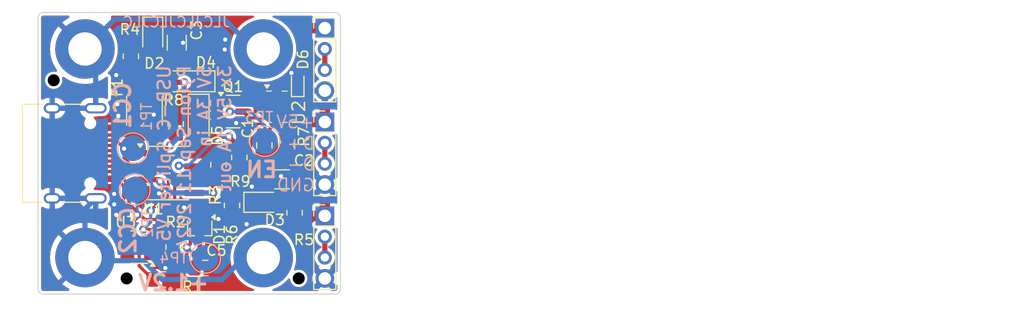
<source format=kicad_pcb>
(kicad_pcb (version 20240108) (generator "pcbnew") (generator_version "8.0")
  (layers (0 "F.Cu" signal) (31 "B.Cu" signal) (34 "B.Paste" user) (35 "F.Paste" user) (36 "B.SilkS" user "B.Silkscreen") (37 "F.SilkS" user "F.Silkscreen") (38 "B.Mask" user) (39 "F.Mask" user) (44 "Edge.Cuts" user))
  (net 0 "")
  (net 1 "GND")
  (net 2 "VBUS")
  (net 3 "+5V")
  (net 5 "CC1")
  (net 7 "CC2")
  (net 8 "+1V2")
  (net 9 "Net-(D2-A)")
  (net 10 "Net-(D3-A)")
  (net 11 "Net-(J3-Pin_2)")
  (net 12 "Net-(J4-Pin_2)")
  (net 13 "GNDPWR")
  (net 14 "Net-(J2-Pin_2)")
  (net 19 "Net-(U2-SENSE)")
  (net 20 "Net-(U2-Ilim)")
  (net 22 "V-UNFUSED")
  (net 24 "EN-OPEN-COL")
  (net 27 "Net-(D4-A)")
  (net 28 "Net-(D4-K)")
  (net 29 "Net-(D5-A)")
  (footprint "MountingHole:MountingHole_3.2mm_M3_ISO7380_Pad" (layer "F.Cu") (at 20.1 10)
    (property "Reference" "H4")
    (property "Value" "MountingHole_Pad")
    (pad "1" thru_hole circle (at 0 0) (size 5.7 5.7) (drill 3.2) (layers "*.Cu" "*.Mask") (net 13 "GNDPWR"))
  )
  (footprint "Fuse:Fuse_1812_4532Metric_Pad1.30x3.40mm_HandSolder" (layer "F.Cu") (at 8.7 -4.075 90)
    (property "Reference" "F1" (at 2.225 -2.6 -90) (layer "F.SilkS"))
    (property "Value" "1812L300MR")
    (fp_line (start -1.386252 -1.71) (end 1.386252 -1.71) (stroke (width 0.12)) (layer "F.SilkS"))
    (fp_line (start -1.386252 1.71) (end 1.386252 1.71) (stroke (width 0.12)) (layer "F.SilkS"))
    (pad "1" smd roundrect (at -2.225 0 90) (size 1.3 3.4) (layers "F.Cu" "F.Paste" "F.Mask") (roundrect_rratio 0.192308) (net 22 "V-UNFUSED"))
    (pad "2" smd roundrect (at 2.225 0 90) (size 1.3 3.4) (layers "F.Cu" "F.Paste" "F.Mask") (roundrect_rratio 0.192308) (net 2 "VBUS"))
  )
  (footprint "Package_TO_SOT_SMD:SOT-323_SC-70_Handsoldering" (layer "F.Cu") (at 14 7.17 -90)
    (property "Reference" "D1" (at 0.63 -1.9 90) (layer "F.SilkS"))
    (property "Value" "D_Zener")
    (fp_line (start -0.675 1.16) (end 0.735 1.16) (stroke (width 0.12)) (layer "F.SilkS"))
    (fp_line (start 0.735 0.5) (end 0.735 1.16) (stroke (width 0.12)) (layer "F.SilkS"))
    (fp_line (start -0.675 -1.17) (end 0.735 -1.17) (stroke (width 0.12)) (layer "F.SilkS"))
    (fp_line (start 0.735 -1.17) (end 0.735 -0.5) (stroke (width 0.12)) (layer "F.SilkS"))
    (fp_poly (pts (xy -1.045 -1.15) (xy -1.285 -1.48) (xy -0.805 -1.48) (xy -1.045 -1.15)) (stroke (width 0.12)) (fill solid) (layer "F.SilkS"))
    (pad "1" smd roundrect (at -1.33 -0.65 180) (size 0.45 1.5) (layers "F.Cu" "F.Paste" "F.Mask") (net 8 "+1V2"))
    (pad "2" smd roundrect (at -1.33 0.65 180) (size 0.45 1.5) (layers "F.Cu" "F.Paste" "F.Mask") (net 1 "GND"))
    (pad "3" smd roundrect (at 1.33 0 180) (size 0.45 1.5) (layers "F.Cu" "F.Paste" "F.Mask"))
  )
  (footprint "Package_TO_SOT_SMD:SOT-23" (layer "F.Cu") (at 17.2 -4)
    (property "Reference" "Q1" (at 0 -2.4 0) (layer "F.SilkS"))
    (property "Value" "2N7002")
    (fp_line (start 0 -1.56) (end -0.65 -1.56) (stroke (width 0.12)) (layer "F.SilkS"))
    (fp_line (start 0 -1.56) (end 0.65 -1.56) (stroke (width 0.12)) (layer "F.SilkS"))
    (fp_line (start 0 1.56) (end -0.65 1.56) (stroke (width 0.12)) (layer "F.SilkS"))
    (fp_line (start 0 1.56) (end 0.65 1.56) (stroke (width 0.12)) (layer "F.SilkS"))
    (fp_poly (pts (xy -1.1625 -1.51) (xy -1.4025 -1.84) (xy -0.9225 -1.84) (xy -1.1625 -1.51)) (stroke (width 0.12)) (fill solid) (layer "F.SilkS"))
    (pad "1" smd roundrect (at -0.9375 -0.95) (size 1.475 0.6) (layers "F.Cu" "F.Paste" "F.Mask") (net 28 "Net-(D4-K)"))
    (pad "2" smd roundrect (at -0.9375 0.95) (size 1.475 0.6) (layers "F.Cu" "F.Paste" "F.Mask") (net 1 "GND"))
    (pad "3" smd roundrect (at 0.9375 0) (size 1.475 0.6) (layers "F.Cu" "F.Paste" "F.Mask") (net 24 "EN-OPEN-COL"))
  )
  (footprint "Resistor_SMD:R_0805_2012Metric_Pad1.20x1.40mm_HandSolder" (layer "F.Cu") (at 10.5 12.1)
    (property "Reference" "R1" (at 2.8 0.7 0) (layer "F.SilkS"))
    (property "Value" "5.1k")
    (fp_line (start -0.227064 -0.735) (end 0.227064 -0.735) (stroke (width 0.12)) (layer "F.SilkS"))
    (fp_line (start -0.227064 0.735) (end 0.227064 0.735) (stroke (width 0.12)) (layer "F.SilkS"))
    (pad "1" smd roundrect (at -1 0) (size 1.2 1.4) (layers "F.Cu" "F.Paste" "F.Mask") (roundrect_rratio 0.208333) (net 5 "CC1"))
    (pad "2" smd roundrect (at 1 0) (size 1.2 1.4) (layers "F.Cu" "F.Paste" "F.Mask") (roundrect_rratio 0.208333) (net 1 "GND"))
  )
  (footprint "Connector_PinHeader_2.00mm:PinHeader_1x04_P2.00mm_Vertical" (layer "F.Cu") (at 26 -3)
    (property "Reference" "J3")
    (property "Value" "Conn_01x04")
    (fp_line (start -1.06 -1.06) (end 0 -1.06) (stroke (width 0.12)) (layer "F.SilkS"))
    (fp_line (start -1.06 0) (end -1.06 -1.06) (stroke (width 0.12)) (layer "F.SilkS"))
    (fp_line (start -1.06 1) (end -1.06 7.06) (stroke (width 0.12)) (layer "F.SilkS"))
    (fp_line (start -1.06 1) (end 1.06 1) (stroke (width 0.12)) (layer "F.SilkS"))
    (fp_line (start -1.06 7.06) (end 1.06 7.06) (stroke (width 0.12)) (layer "F.SilkS"))
    (fp_line (start 1.06 1) (end 1.06 7.06) (stroke (width 0.12)) (layer "F.SilkS"))
    (pad "1" thru_hole rect (at 0 0) (size 1.8 1.8) (drill 1.2) (layers "*.Cu" "*.Mask") (net 3 "+5V"))
    (pad "2" thru_hole oval (at 0 2) (size 1.35 1.35) (drill 0.8) (layers "*.Cu" "*.Mask") (net 11 "Net-(J3-Pin_2)"))
    (pad "3" thru_hole oval (at 0 4) (size 1.35 1.35) (drill 0.8) (layers "*.Cu" "*.Mask") (net 11 "Net-(J3-Pin_2)"))
    (pad "4" thru_hole circle (at 0 6) (size 1.8 1.8) (drill 1.2) (layers "*.Cu" "*.Mask") (net 1 "GND"))
  )
  (footprint "MountingHole:MountingHole_3.2mm_M3_ISO7380_Pad" (layer "F.Cu") (at 3 10)
    (property "Reference" "H2")
    (property "Value" "MountingHole_Pad")
    (pad "1" thru_hole circle (at 0 0) (size 5.7 5.7) (drill 3.2) (layers "*.Cu" "*.Mask") (net 13 "GNDPWR"))
  )
  (footprint "Package_SO:SOIC-8_3.9x4.9mm_P1.27mm" (layer "F.Cu") (at 11 1.9)
    (property "Reference" "U1" (at -1.45 3.45 0) (layer "F.SilkS"))
    (property "Value" "LM393")
    (fp_line (start 0 -2.56) (end -1.95 -2.56) (stroke (width 0.12)) (layer "F.SilkS"))
    (fp_line (start 0 -2.56) (end 1.95 -2.56) (stroke (width 0.12)) (layer "F.SilkS"))
    (fp_line (start 0 2.56) (end -1.95 2.56) (stroke (width 0.12)) (layer "F.SilkS"))
    (fp_line (start 0 2.56) (end 1.95 2.56) (stroke (width 0.12)) (layer "F.SilkS"))
    (fp_poly (pts (xy -2.7 -2.465) (xy -2.94 -2.795) (xy -2.46 -2.795) (xy -2.7 -2.465)) (stroke (width 0.12)) (fill solid) (layer "F.SilkS"))
    (pad "1" smd roundrect (at -2.475 -1.905) (size 1.95 0.6) (layers "F.Cu" "F.Paste" "F.Mask") (net 27 "Net-(D4-A)"))
    (pad "2" smd roundrect (at -2.475 -0.635) (size 1.95 0.6) (layers "F.Cu" "F.Paste" "F.Mask") (net 5 "CC1"))
    (pad "3" smd roundrect (at -2.475 0.635) (size 1.95 0.6) (layers "F.Cu" "F.Paste" "F.Mask") (net 8 "+1V2"))
    (pad "4" smd roundrect (at -2.475 1.905) (size 1.95 0.6) (layers "F.Cu" "F.Paste" "F.Mask") (net 1 "GND"))
    (pad "5" smd roundrect (at 2.475 1.905) (size 1.95 0.6) (layers "F.Cu" "F.Paste" "F.Mask") (net 8 "+1V2"))
    (pad "6" smd roundrect (at 2.475 0.635) (size 1.95 0.6) (layers "F.Cu" "F.Paste" "F.Mask") (net 7 "CC2"))
    (pad "7" smd roundrect (at 2.475 -0.635) (size 1.95 0.6) (layers "F.Cu" "F.Paste" "F.Mask") (net 29 "Net-(D5-A)"))
    (pad "8" smd roundrect (at 2.475 -1.905) (size 1.95 0.6) (layers "F.Cu" "F.Paste" "F.Mask") (net 2 "VBUS"))
  )
  (footprint "Resistor_SMD:R_0805_2012Metric_Pad1.20x1.40mm_HandSolder" (layer "F.Cu") (at 15.8 1.1 -90)
    (property "Reference" "R3" (at 2.9 0.3 90) (layer "F.SilkS"))
    (property "Value" "4.7k")
    (fp_line (start -0.227064 0.735) (end 0.227064 0.735) (stroke (width 0.12)) (layer "F.SilkS"))
    (fp_line (start -0.227064 -0.735) (end 0.227064 -0.735) (stroke (width 0.12)) (layer "F.SilkS"))
    (pad "1" smd roundrect (at -1 0 270) (size 1.2 1.4) (layers "F.Cu" "F.Paste" "F.Mask") (roundrect_rratio 0.208333) (net 2 "VBUS"))
    (pad "2" smd roundrect (at 1 0 270) (size 1.2 1.4) (layers "F.Cu" "F.Paste" "F.Mask") (roundrect_rratio 0.208333) (net 8 "+1V2"))
  )
  (footprint "Resistor_SMD:R_0805_2012Metric_Pad1.20x1.40mm_HandSolder" (layer "F.Cu") (at 22.3 -0.8 -90)
    (property "Reference" "R7" (at -0.8 -1.7 90) (layer "F.SilkS"))
    (property "Value" "20k")
    (fp_line (start -0.227064 0.735) (end 0.227064 0.735) (stroke (width 0.12)) (layer "F.SilkS"))
    (fp_line (start -0.227064 -0.735) (end 0.227064 -0.735) (stroke (width 0.12)) (layer "F.SilkS"))
    (pad "1" smd roundrect (at -1 0 270) (size 1.2 1.4) (layers "F.Cu" "F.Paste" "F.Mask") (roundrect_rratio 0.208333) (net 20 "Net-(U2-Ilim)"))
    (pad "2" smd roundrect (at 1 0 270) (size 1.2 1.4) (layers "F.Cu" "F.Paste" "F.Mask") (roundrect_rratio 0.208333) (net 1 "GND"))
  )
  (footprint "Capacitor_SMD:C_1206_3216Metric_Pad1.33x1.80mm_HandSolder" (layer "F.Cu") (at 11.8 -10.6 90)
    (property "Reference" "C3" (at 1.2 1.9 90) (layer "F.SilkS"))
    (property "Value" "22uF")
    (fp_line (start -0.711252 -0.91) (end 0.711252 -0.91) (stroke (width 0.12)) (layer "F.SilkS"))
    (fp_line (start -0.711252 0.91) (end 0.711252 0.91) (stroke (width 0.12)) (layer "F.SilkS"))
    (pad "1" smd roundrect (at -1.5625 0 90) (size 1.325 1.8) (layers "F.Cu" "F.Paste" "F.Mask") (roundrect_rratio 0.188679) (net 2 "VBUS"))
    (pad "2" smd roundrect (at 1.5625 0 90) (size 1.325 1.8) (layers "F.Cu" "F.Paste" "F.Mask") (roundrect_rratio 0.188679) (net 1 "GND"))
  )
  (footprint "LED_SMD:LED_0805_2012Metric_Pad1.15x1.40mm_HandSolder" (layer "F.Cu") (at 9.5 -11.2 -90)
    (property "Reference" "D2" (at 2.575 -0.15 0) (layer "F.SilkS"))
    (property "Value" "LED")
    (fp_line (start -1.86 0.96) (end 1 0.96) (stroke (width 0.12)) (layer "F.SilkS"))
    (fp_line (start -1.86 -0.96) (end -1.86 0.96) (stroke (width 0.12)) (layer "F.SilkS"))
    (fp_line (start 1 -0.96) (end -1.86 -0.96) (stroke (width 0.12)) (layer "F.SilkS"))
    (pad "1" smd roundrect (at -1.025 0 270) (size 1.15 1.4) (layers "F.Cu" "F.Paste" "F.Mask") (roundrect_rratio 0.217391) (net 1 "GND"))
    (pad "2" smd roundrect (at 1.025 0 270) (size 1.15 1.4) (layers "F.Cu" "F.Paste" "F.Mask") (roundrect_rratio 0.217391) (net 9 "Net-(D2-A)"))
  )
  (footprint "Capacitor_SMD:C_0805_2012Metric_Pad1.18x1.45mm_HandSolder" (layer "F.Cu") (at 14.5375 11)
    (property "Reference" "C5" (at 1.0625 -1.68 0) (layer "F.SilkS"))
    (property "Value" "100nF")
    (fp_line (start -0.261252 -0.735) (end 0.261252 -0.735) (stroke (width 0.12)) (layer "F.SilkS"))
    (fp_line (start -0.261252 0.735) (end 0.261252 0.735) (stroke (width 0.12)) (layer "F.SilkS"))
    (pad "1" smd roundrect (at -1.0375 0) (size 1.175 1.45) (layers "F.Cu" "F.Paste" "F.Mask") (roundrect_rratio 0.212766) (net 8 "+1V2"))
    (pad "2" smd roundrect (at 1.0375 0) (size 1.175 1.45) (layers "F.Cu" "F.Paste" "F.Mask") (roundrect_rratio 0.212766) (net 1 "GND"))
  )
  (footprint "LED_SMD:LED_0805_2012Metric_Pad1.15x1.40mm_HandSolder" (layer "F.Cu") (at 20.1 4.7)
    (property "Reference" "D3" (at 1.1 1.7 0) (layer "F.SilkS"))
    (property "Value" "LED")
    (fp_line (start -1.86 -0.96) (end -1.86 0.96) (stroke (width 0.12)) (layer "F.SilkS"))
    (fp_line (start -1.86 0.96) (end 1 0.96) (stroke (width 0.12)) (layer "F.SilkS"))
    (fp_line (start 1 -0.96) (end -1.86 -0.96) (stroke (width 0.12)) (layer "F.SilkS"))
    (pad "1" smd roundrect (at -1.025 0) (size 1.15 1.4) (layers "F.Cu" "F.Paste" "F.Mask") (roundrect_rratio 0.217391) (net 1 "GND"))
    (pad "2" smd roundrect (at 1.025 0) (size 1.15 1.4) (layers "F.Cu" "F.Paste" "F.Mask") (roundrect_rratio 0.217391) (net 10 "Net-(D3-A)"))
  )
  (footprint "Connector_PinHeader_2.00mm:PinHeader_1x04_P2.00mm_Vertical" (layer "F.Cu") (at 26 -12)
    (property "Reference" "J2")
    (property "Value" "Conn_01x04")
    (fp_line (start -1.06 -1.06) (end 0 -1.06) (stroke (width 0.12)) (layer "F.SilkS"))
    (fp_line (start -1.06 0) (end -1.06 -1.06) (stroke (width 0.12)) (layer "F.SilkS"))
    (fp_line (start -1.06 1) (end -1.06 7.06) (stroke (width 0.12)) (layer "F.SilkS"))
    (fp_line (start -1.06 1) (end 1.06 1) (stroke (width 0.12)) (layer "F.SilkS"))
    (fp_line (start -1.06 7.06) (end 1.06 7.06) (stroke (width 0.12)) (layer "F.SilkS"))
    (fp_line (start 1.06 1) (end 1.06 7.06) (stroke (width 0.12)) (layer "F.SilkS"))
    (pad "1" thru_hole rect (at 0 0) (size 1.8 1.8) (drill 1.2) (layers "*.Cu" "*.Mask") (net 3 "+5V"))
    (pad "2" thru_hole oval (at 0 2) (size 1.35 1.35) (drill 0.8) (layers "*.Cu" "*.Mask") (net 14 "Net-(J2-Pin_2)"))
    (pad "3" thru_hole oval (at 0 4) (size 1.35 1.35) (drill 0.8) (layers "*.Cu" "*.Mask") (net 14 "Net-(J2-Pin_2)"))
    (pad "4" thru_hole oval (at 0 6) (size 1.8 1.8) (drill 1.2) (layers "*.Cu" "*.Mask") (net 1 "GND"))
  )
  (footprint "USB-C-3-way-splitter-footprints:OnSemi-WQFN12-3x2mm_P0.5mm" (layer "F.Cu") (at 21.4 -4.4625)
    (property "Reference" "U2" (at 2.1 0.5625 90) (layer "F.SilkS") (effects (font (size 1.2 1.2))))
    (property "Value" "~")
    (fp_line (start -1 -1.5) (end -0.5 -1.5) (stroke (width 0.1)) (layer "F.SilkS"))
    (fp_line (start -1 1.5) (end -0.5 1.5) (stroke (width 0.1)) (layer "F.SilkS"))
    (fp_line (start 1 -1.5) (end 0.5 -1.5) (stroke (width 0.1)) (layer "F.SilkS"))
    (fp_line (start 1 1.5) (end 0.5 1.5) (stroke (width 0.1)) (layer "F.SilkS"))
    (fp_poly (pts (xy -0.94 -1.77) (xy -1.18 -2.1) (xy -0.7 -2.1) (xy -0.94 -1.77)) (stroke (width 0.12)) (fill solid) (layer "F.SilkS"))
    (pad "1" smd roundrect (at -0.81 -1.075) (size 0.68 0.5) (layers "F.Cu" "F.Paste" "F.Mask") (net 2 "VBUS"))
    (pad "2" smd roundrect (at -0.81 -0.5) (size 0.68 0.35) (layers "F.Cu" "F.Paste" "F.Mask") (net 2 "VBUS"))
    (pad "3" smd roundrect (at -0.81 0) (size 0.68 0.35) (layers "F.Cu" "F.Paste" "F.Mask") (net 2 "VBUS"))
    (pad "4" smd roundrect (at -0.81 0.5) (size 0.68 0.35) (layers "F.Cu" "F.Paste" "F.Mask"))
    (pad "5" smd roundrect (at -0.81 1.075) (size 0.68 0.5) (layers "F.Cu" "F.Paste" "F.Mask") (net 24 "EN-OPEN-COL"))
    (pad "6" smd roundrect (at 0 1.1375) (size 0.35 1.025) (layers "F.Cu" "F.Paste" "F.Mask") (net 19 "Net-(U2-SENSE)"))
    (pad "7" smd roundrect (at 0.81 1.075) (size 0.68 0.5) (layers "F.Cu" "F.Paste" "F.Mask"))
    (pad "8" smd roundrect (at 0.81 0.5) (size 0.68 0.35) (layers "F.Cu" "F.Paste" "F.Mask") (net 20 "Net-(U2-Ilim)"))
    (pad "9" smd roundrect (at 0.81 0) (size 0.68 0.35) (layers "F.Cu" "F.Paste" "F.Mask") (net 3 "+5V"))
    (pad "10" smd roundrect (at 0.81 -0.5) (size 0.68 0.35) (layers "F.Cu" "F.Paste" "F.Mask") (net 3 "+5V"))
    (pad "11" smd roundrect (at 0.81 -1.075) (size 0.68 0.5) (layers "F.Cu" "F.Paste" "F.Mask") (net 3 "+5V"))
    (pad "12" smd roundrect (at 0 -1.1375) (size 0.35 1.025) (layers "F.Cu" "F.Paste" "F.Mask") (net 1 "GND"))
    (pad "13" smd roundrect (at 0 0) (size 0.35 0.95) (layers "F.Cu" "F.Paste" "F.Mask") (net 1 "GND"))
  )
  (footprint "Resistor_SMD:R_0805_2012Metric_Pad1.20x1.40mm_HandSolder" (layer "F.Cu") (at 17.1 5 -90)
    (property "Reference" "R6" (at 2.8 0 -90) (layer "F.SilkS"))
    (property "Value" "1K")
    (fp_line (start -0.227064 0.735) (end 0.227064 0.735) (stroke (width 0.12)) (layer "F.SilkS"))
    (fp_line (start -0.227064 -0.735) (end 0.227064 -0.735) (stroke (width 0.12)) (layer "F.SilkS"))
    (pad "1" smd roundrect (at -1 0 270) (size 1.2 1.4) (layers "F.Cu" "F.Paste" "F.Mask") (roundrect_rratio 0.208333) (net 19 "Net-(U2-SENSE)"))
    (pad "2" smd roundrect (at 1 0 270) (size 1.2 1.4) (layers "F.Cu" "F.Paste" "F.Mask") (roundrect_rratio 0.208333) (net 1 "GND"))
  )
  (footprint "Resistor_SMD:R_0805_2012Metric_Pad1.20x1.40mm_HandSolder" (layer "F.Cu") (at 23.1 5.7 90)
    (property "Reference" "R5" (at -2.6 0.9 0) (layer "F.SilkS"))
    (property "Value" "470")
    (fp_line (start -0.227064 -0.735) (end 0.227064 -0.735) (stroke (width 0.12)) (layer "F.SilkS"))
    (fp_line (start -0.227064 0.735) (end 0.227064 0.735) (stroke (width 0.12)) (layer "F.SilkS"))
    (pad "1" smd roundrect (at -1 0 90) (size 1.2 1.4) (layers "F.Cu" "F.Paste" "F.Mask") (roundrect_rratio 0.208333) (net 3 "+5V"))
    (pad "2" smd roundrect (at 1 0 90) (size 1.2 1.4) (layers "F.Cu" "F.Paste" "F.Mask") (roundrect_rratio 0.208333) (net 10 "Net-(D3-A)"))
  )
  (footprint "Capacitor_SMD:C_0805_2012Metric_Pad1.18x1.45mm_HandSolder" (layer "F.Cu") (at 20.2 -0.7625 -90)
    (property "Reference" "C1" (at -1.6375 1.6 -90) (layer "F.SilkS"))
    (property "Value" "1uF")
    (fp_line (start -0.261252 0.735) (end 0.261252 0.735) (stroke (width 0.12)) (layer "F.SilkS"))
    (fp_line (start -0.261252 -0.735) (end 0.261252 -0.735) (stroke (width 0.12)) (layer "F.SilkS"))
    (pad "1" smd roundrect (at -1.0375 0 270) (size 1.175 1.45) (layers "F.Cu" "F.Paste" "F.Mask") (roundrect_rratio 0.212766) (net 19 "Net-(U2-SENSE)"))
    (pad "2" smd roundrect (at 1.0375 0 270) (size 1.175 1.45) (layers "F.Cu" "F.Paste" "F.Mask") (roundrect_rratio 0.212766) (net 1 "GND"))
  )
  (footprint "Capacitor_SMD:C_1206_3216Metric_Pad1.33x1.80mm_HandSolder" (layer "F.Cu") (at 21.9 2.5 180)
    (property "Reference" "C2" (at -2.1 1.8 180) (layer "F.SilkS"))
    (property "Value" "22uF")
    (fp_line (start -0.711252 0.91) (end 0.711252 0.91) (stroke (width 0.12)) (layer "F.SilkS"))
    (fp_line (start -0.711252 -0.91) (end 0.711252 -0.91) (stroke (width 0.12)) (layer "F.SilkS"))
    (pad "1" smd roundrect (at -1.5625 0 180) (size 1.325 1.8) (layers "F.Cu" "F.Paste" "F.Mask") (roundrect_rratio 0.188679) (net 3 "+5V"))
    (pad "2" smd roundrect (at 1.5625 0 180) (size 1.325 1.8) (layers "F.Cu" "F.Paste" "F.Mask") (roundrect_rratio 0.188679) (net 1 "GND"))
  )
  (footprint "USB-C-3-way-splitter-footprints:JLCPCB-tooling-hole" (layer "F.Cu") (at 23.5 12)
    (property "Reference" "H7")
    (property "Value" "MountingHole")
    (pad "" np_thru_hole circle (at 0 0) (size 2.286 2.286) (drill 1.152) (layers "*.Mask") (clearance 0.148))
  )
  (footprint "USB-C-3-way-splitter-footprints:JLCPCB-tooling-hole" (layer "F.Cu") (at 7 12)
    (property "Reference" "H6")
    (property "Value" "MountingHole")
    (pad "" np_thru_hole circle (at 0 0) (size 2.286 2.286) (drill 1.152) (layers "*.Mask") (clearance 0.148))
  )
  (footprint "Diode_SMD:D_SOD-123" (layer "F.Cu") (at 13.9 -3.3 -90)
    (property "Reference" "D5" (at 1.6 -1.8 90) (layer "F.SilkS"))
    (property "Value" "1N4148W")
    (fp_line (start -2.36 1) (end 1.65 1) (stroke (width 0.12)) (layer "F.SilkS"))
    (fp_line (start -2.36 -1) (end -2.36 1) (stroke (width 0.12)) (layer "F.SilkS"))
    (fp_line (start -2.36 -1) (end 1.65 -1) (stroke (width 0.12)) (layer "F.SilkS"))
    (pad "1" smd roundrect (at -1.65 0 270) (size 0.9 1.2) (layers "F.Cu" "F.Paste" "F.Mask") (net 28 "Net-(D4-K)"))
    (pad "2" smd roundrect (at 1.65 0 270) (size 0.9 1.2) (layers "F.Cu" "F.Paste" "F.Mask") (net 29 "Net-(D5-A)"))
  )
  (footprint "Diode_SMD:D_SOD-123" (layer "F.Cu") (at 13.1 -6.9 180)
    (property "Reference" "D4" (at -1.5 1.8 0) (layer "F.SilkS"))
    (property "Value" "1N4148W")
    (fp_line (start -2.36 1) (end 1.65 1) (stroke (width 0.12)) (layer "F.SilkS"))
    (fp_line (start -2.36 -1) (end 1.65 -1) (stroke (width 0.12)) (layer "F.SilkS"))
    (fp_line (start -2.36 -1) (end -2.36 1) (stroke (width 0.12)) (layer "F.SilkS"))
    (pad "1" smd roundrect (at -1.65 0 180) (size 0.9 1.2) (layers "F.Cu" "F.Paste" "F.Mask") (net 28 "Net-(D4-K)"))
    (pad "2" smd roundrect (at 1.65 0 180) (size 0.9 1.2) (layers "F.Cu" "F.Paste" "F.Mask") (net 27 "Net-(D4-A)"))
  )
  (footprint "Resistor_SMD:R_0805_2012Metric_Pad1.20x1.40mm_HandSolder" (layer "F.Cu") (at 7.4 -9.3 90)
    (property "Reference" "R4" (at 2.575 -0.1 0) (layer "F.SilkS"))
    (property "Value" "470")
    (fp_line (start -0.227064 -0.735) (end 0.227064 -0.735) (stroke (width 0.12)) (layer "F.SilkS"))
    (fp_line (start -0.227064 0.735) (end 0.227064 0.735) (stroke (width 0.12)) (layer "F.SilkS"))
    (pad "1" smd roundrect (at -1 0 90) (size 1.2 1.4) (layers "F.Cu" "F.Paste" "F.Mask") (roundrect_rratio 0.208333) (net 2 "VBUS"))
    (pad "2" smd roundrect (at 1 0 90) (size 1.2 1.4) (layers "F.Cu" "F.Paste" "F.Mask") (roundrect_rratio 0.208333) (net 9 "Net-(D2-A)"))
  )
  (footprint "MountingHole:MountingHole_3.2mm_M3_ISO7380_Pad" (layer "F.Cu") (at 3 -10)
    (property "Reference" "H1")
    (property "Value" "MountingHole_Pad")
    (pad "1" thru_hole circle (at 0 0) (size 5.7 5.7) (drill 3.2) (layers "*.Cu" "*.Mask") (net 13 "GNDPWR"))
  )
  (footprint "Resistor_SMD:R_0805_2012Metric_Pad1.20x1.40mm_HandSolder" (layer "F.Cu") (at 17.8 0.4 90)
    (property "Reference" "R9" (at -2.3 0.1 0) (layer "F.SilkS"))
    (property "Value" "1k")
    (fp_line (start -0.227064 -0.735) (end 0.227064 -0.735) (stroke (width 0.12)) (layer "F.SilkS"))
    (fp_line (start -0.227064 0.735) (end 0.227064 0.735) (stroke (width 0.12)) (layer "F.SilkS"))
    (pad "1" smd roundrect (at -1 0 90) (size 1.2 1.4) (layers "F.Cu" "F.Paste" "F.Mask") (roundrect_rratio 0.208333) (net 2 "VBUS"))
    (pad "2" smd roundrect (at 1 0 90) (size 1.2 1.4) (layers "F.Cu" "F.Paste" "F.Mask") (roundrect_rratio 0.208333) (net 29 "Net-(D5-A)"))
  )
  (footprint "Resistor_SMD:R_0805_2012Metric_Pad1.20x1.40mm_HandSolder" (layer "F.Cu") (at 11.5 9 -90)
    (property "Reference" "R2" (at -2.4 -0.2 180) (layer "F.SilkS"))
    (property "Value" "5.1k")
    (fp_line (start -0.227064 0.735) (end 0.227064 0.735) (stroke (width 0.12)) (layer "F.SilkS"))
    (fp_line (start -0.227064 -0.735) (end 0.227064 -0.735) (stroke (width 0.12)) (layer "F.SilkS"))
    (pad "1" smd roundrect (at -1 0 270) (size 1.2 1.4) (layers "F.Cu" "F.Paste" "F.Mask") (roundrect_rratio 0.208333) (net 7 "CC2"))
    (pad "2" smd roundrect (at 1 0 270) (size 1.2 1.4) (layers "F.Cu" "F.Paste" "F.Mask") (roundrect_rratio 0.208333) (net 1 "GND"))
  )
  (footprint "Diode_SMD:D_SOD-523" (layer "F.Cu") (at 23.4 -6.7 90)
    (property "Reference" "D6" (at 2.3 0.5 90) (layer "F.SilkS"))
    (property "Value" "D_Zener")
    (fp_line (start 0.7 -0.6) (end -1.26 -0.6) (stroke (width 0.12)) (layer "F.SilkS"))
    (fp_line (start -1.26 -0.6) (end -1.26 0.6) (stroke (width 0.12)) (layer "F.SilkS"))
    (fp_line (start 0.7 0.6) (end -1.26 0.6) (stroke (width 0.12)) (layer "F.SilkS"))
    (pad "1" smd roundrect (at -0.7 0 270) (size 0.6 0.7) (layers "F.Cu" "F.Paste" "F.Mask") (net 3 "+5V"))
    (pad "2" smd roundrect (at 0.7 0 270) (size 0.6 0.7) (layers "F.Cu" "F.Paste" "F.Mask") (net 1 "GND"))
  )
  (footprint "Package_TO_SOT_SMD:SOT-23-6" (layer "F.Cu") (at 8.2 9 180)
    (property "Reference" "U3" (at 1.3 2.4 180) (layer "F.SilkS"))
    (property "Value" "SRV05-4")
    (fp_line (start 0 1.56) (end 0.8 1.56) (stroke (width 0.12)) (layer "F.SilkS"))
    (fp_line (start 0 1.56) (end -0.8 1.56) (stroke (width 0.12)) (layer "F.SilkS"))
    (fp_line (start 0 -1.56) (end 0.8 -1.56) (stroke (width 0.12)) (layer "F.SilkS"))
    (fp_line (start 0 -1.56) (end -0.8 -1.56) (stroke (width 0.12)) (layer "F.SilkS"))
    (fp_poly (pts (xy -1.3 -1.51) (xy -1.54 -1.84) (xy -1.06 -1.84) (xy -1.3 -1.51)) (stroke (width 0.12)) (fill solid) (layer "F.SilkS"))
    (pad "1" smd roundrect (at -1.1375 -0.95 180) (size 1.325 0.6) (layers "F.Cu" "F.Paste" "F.Mask"))
    (pad "2" smd roundrect (at -1.1375 0 180) (size 1.325 0.6) (layers "F.Cu" "F.Paste" "F.Mask") (net 1 "GND"))
    (pad "3" smd roundrect (at -1.1375 0.95 180) (size 1.325 0.6) (layers "F.Cu" "F.Paste" "F.Mask") (net 5 "CC1"))
    (pad "4" smd roundrect (at 1.1375 0.95 180) (size 1.325 0.6) (layers "F.Cu" "F.Paste" "F.Mask") (net 7 "CC2"))
    (pad "5" smd roundrect (at 1.1375 0 180) (size 1.325 0.6) (layers "F.Cu" "F.Paste" "F.Mask") (net 22 "V-UNFUSED"))
    (pad "6" smd roundrect (at 1.1375 -0.95 180) (size 1.325 0.6) (layers "F.Cu" "F.Paste" "F.Mask"))
  )
  (footprint "Connector_USB:USB_C_Receptacle_HRO_TYPE-C-31-M-12" (layer "F.Cu") (at 0.9 0 -90)
    (property "Reference" "J1")
    (property "Value" "USB_C_Receptacle_USB2.0" (hide yes))
    (fp_line (start -4.7 3.9) (end 4.7 3.9) (stroke (width 0.12)) (layer "F.SilkS"))
    (fp_line (start -4.7 2) (end -4.7 3.9) (stroke (width 0.12)) (layer "F.SilkS"))
    (fp_line (start 4.7 2) (end 4.7 3.9) (stroke (width 0.12)) (layer "F.SilkS"))
    (fp_line (start -4.7 -1.9) (end -4.7 0.1) (stroke (width 0.12)) (layer "F.SilkS"))
    (fp_line (start 4.7 -1.9) (end 4.7 0.1) (stroke (width 0.12)) (layer "F.SilkS"))
    (pad "" np_thru_hole circle (at -2.89 -2.6 270) (size 0.65 0.65) (drill 0.65) (layers "*.Cu" "*.Mask"))
    (pad "" np_thru_hole circle (at 2.89 -2.6 270) (size 0.65 0.65) (drill 0.65) (layers "*.Cu" "*.Mask"))
    (pad "A1" smd rect (at -3.25 -4.045 270) (size 0.6 1.45) (layers "F.Cu" "F.Paste" "F.Mask") (net 1 "GND"))
    (pad "A4" smd rect (at -2.45 -4.045 270) (size 0.6 1.45) (layers "F.Cu" "F.Paste" "F.Mask") (net 22 "V-UNFUSED"))
    (pad "A5" smd rect (at -1.25 -4.045 270) (size 0.3 1.45) (layers "F.Cu" "F.Paste" "F.Mask") (net 5 "CC1"))
    (pad "A6" smd rect (at -0.25 -4.045 270) (size 0.3 1.45) (layers "F.Cu" "F.Paste" "F.Mask"))
    (pad "A7" smd rect (at 0.25 -4.045 270) (size 0.3 1.45) (layers "F.Cu" "F.Paste" "F.Mask"))
    (pad "A8" smd rect (at 1.25 -4.045 270) (size 0.3 1.45) (layers "F.Cu" "F.Paste" "F.Mask"))
    (pad "A9" smd rect (at 2.45 -4.045 270) (size 0.6 1.45) (layers "F.Cu" "F.Paste" "F.Mask") (net 22 "V-UNFUSED"))
    (pad "A12" smd rect (at 3.25 -4.045 270) (size 0.6 1.45) (layers "F.Cu" "F.Paste" "F.Mask") (net 1 "GND"))
    (pad "B1" smd rect (at 3.25 -4.045 270) (size 0.6 1.45) (layers "F.Cu" "F.Paste" "F.Mask") (net 1 "GND"))
    (pad "B4" smd rect (at 2.45 -4.045 270) (size 0.6 1.45) (layers "F.Cu" "F.Paste" "F.Mask") (net 22 "V-UNFUSED"))
    (pad "B5" smd rect (at 1.75 -4.045 270) (size 0.3 1.45) (layers "F.Cu" "F.Paste" "F.Mask") (net 7 "CC2"))
    (pad "B6" smd rect (at 0.75 -4.045 270) (size 0.3 1.45) (layers "F.Cu" "F.Paste" "F.Mask"))
    (pad "B7" smd rect (at -0.75 -4.045 270) (size 0.3 1.45) (layers "F.Cu" "F.Paste" "F.Mask"))
    (pad "B8" smd rect (at -1.75 -4.045 270) (size 0.3 1.45) (layers "F.Cu" "F.Paste" "F.Mask"))
    (pad "B9" smd rect (at -2.45 -4.045 270) (size 0.6 1.45) (layers "F.Cu" "F.Paste" "F.Mask") (net 22 "V-UNFUSED"))
    (pad "B12" smd rect (at -3.25 -4.045 270) (size 0.6 1.45) (layers "F.Cu" "F.Paste" "F.Mask") (net 1 "GND"))
    (pad "S1" thru_hole oval (at -4.32 -3.13 270) (size 1 2.1) (drill oval 0.6 1.7) (layers "*.Cu" "*.Mask") (net 13 "GNDPWR"))
    (pad "S1" thru_hole oval (at -4.32 1.05 270) (size 1 1.6) (drill oval 0.6 1.2) (layers "*.Cu" "*.Mask") (net 13 "GNDPWR"))
    (pad "S1" thru_hole oval (at 4.32 -3.13 270) (size 1 2.1) (drill oval 0.6 1.7) (layers "*.Cu" "*.Mask") (net 13 "GNDPWR"))
    (pad "S1" thru_hole oval (at 4.32 1.05 270) (size 1 1.6) (drill oval 0.6 1.2) (layers "*.Cu" "*.Mask") (net 13 "GNDPWR"))
  )
  (footprint "MountingHole:MountingHole_3.2mm_M3_ISO7380_Pad" (layer "F.Cu") (at 20.1 -10)
    (property "Reference" "H3")
    (property "Value" "MountingHole_Pad")
    (pad "1" thru_hole circle (at 0 0) (size 5.7 5.7) (drill 3.2) (layers "*.Cu" "*.Mask") (net 13 "GNDPWR"))
  )
  (footprint "Connector_PinHeader_2.00mm:PinHeader_1x04_P2.00mm_Vertical" (layer "F.Cu") (at 26 6)
    (property "Reference" "J4")
    (property "Value" "Conn_01x04")
    (fp_line (start -1.06 -1.06) (end 0 -1.06) (stroke (width 0.12)) (layer "F.SilkS"))
    (fp_line (start -1.06 0) (end -1.06 -1.06) (stroke (width 0.12)) (layer "F.SilkS"))
    (fp_line (start -1.06 1) (end -1.06 7.06) (stroke (width 0.12)) (layer "F.SilkS"))
    (fp_line (start -1.06 1) (end 1.06 1) (stroke (width 0.12)) (layer "F.SilkS"))
    (fp_line (start -1.06 7.06) (end 1.06 7.06) (stroke (width 0.12)) (layer "F.SilkS"))
    (fp_line (start 1.06 1) (end 1.06 7.06) (stroke (width 0.12)) (layer "F.SilkS"))
    (pad "1" thru_hole rect (at 0 0) (size 1.8 1.8) (drill 1.2) (layers "*.Cu" "*.Mask") (net 3 "+5V"))
    (pad "2" thru_hole oval (at 0 2) (size 1.35 1.35) (drill 0.8) (layers "*.Cu" "*.Mask") (net 12 "Net-(J4-Pin_2)"))
    (pad "3" thru_hole oval (at 0 4) (size 1.35 1.35) (drill 0.8) (layers "*.Cu" "*.Mask") (net 12 "Net-(J4-Pin_2)"))
    (pad "4" thru_hole circle (at 0 6) (size 1.8 1.8) (drill 1.2) (layers "*.Cu" "*.Mask") (net 1 "GND"))
  )
  (footprint "USB-C-3-way-splitter-footprints:JLCPCB-tooling-hole" (layer "F.Cu") (at 0 -7)
    (property "Reference" "H5")
    (property "Value" "MountingHole")
    (pad "" np_thru_hole circle (at 0 0) (size 2.286 2.286) (drill 1.152) (layers "*.Mask") (clearance 0.148))
  )
  (footprint "Resistor_SMD:R_0805_2012Metric_Pad1.20x1.40mm_HandSolder" (layer "F.Cu") (at 11.7 -2.8 -90)
    (property "Reference" "R8" (at -2.3 0.2 180) (layer "F.SilkS"))
    (property "Value" "1k")
    (fp_line (start -0.227064 0.735) (end 0.227064 0.735) (stroke (width 0.12)) (layer "F.SilkS"))
    (fp_line (start -0.227064 -0.735) (end 0.227064 -0.735) (stroke (width 0.12)) (layer "F.SilkS"))
    (pad "1" smd roundrect (at -1 0 270) (size 1.2 1.4) (layers "F.Cu" "F.Paste" "F.Mask") (roundrect_rratio 0.208333) (net 2 "VBUS"))
    (pad "2" smd roundrect (at 1 0 270) (size 1.2 1.4) (layers "F.Cu" "F.Paste" "F.Mask") (roundrect_rratio 0.208333) (net 27 "Net-(D4-A)"))
  )
  (footprint "TestPoint:TestPoint_Pad_D2.5mm" (layer "B.Cu") (at 14.55 10.05 180)
    (property "Reference" "TP4" (at 3.05 0 180) (layer "B.SilkS") (effects (justify mirror)))
    (property "Value" "TestPoint")
    (fp_circle (center 0 0) (end 0 -1.45) (stroke (width 0.12)) (fill none) (layer "B.SilkS"))
    (pad "1" smd circle (at 0 0 180) (size 2.5 2.5) (layers "B.Cu" "B.Mask") (net 8 "+1V2"))
  )
  (footprint "TestPoint:TestPoint_Pad_D2.5mm" (layer "B.Cu") (at 7.8 3.5 180)
    (property "Reference" "TP2" (at -1.2 -3.25 -90) (layer "B.SilkS") (effects (justify mirror)))
    (property "Value" "TestPoint")
    (fp_circle (center 0 0) (end 0 -1.45) (stroke (width 0.12)) (fill none) (layer "B.SilkS"))
    (pad "1" smd circle (at 0 0 180) (size 2.5 2.5) (layers "B.Cu" "B.Mask") (net 7 "CC2"))
  )
  (footprint "TestPoint:TestPoint_Pad_D2.5mm" (layer "B.Cu") (at 20.25 -1.15 180)
    (property "Reference" "TP3" (at 0.55 2.3 180) (layer "B.SilkS") (effects (justify mirror)))
    (property "Value" "TestPoint")
    (fp_circle (center 0 0) (end 0 -1.45) (stroke (width 0.12)) (fill none) (layer "B.SilkS"))
    (pad "1" smd circle (at 0 0 180) (size 2.5 2.5) (layers "B.Cu" "B.Mask") (net 24 "EN-OPEN-COL"))
  )
  (footprint "TestPoint:TestPoint_Pad_D2.5mm" (layer "B.Cu") (at 7.6 -0.5 180)
    (property "Reference" "TP1" (at -1.3 3 -90) (layer "B.SilkS") (effects (justify mirror)))
    (property "Value" "TestPoint")
    (fp_circle (center 0 0) (end 0 -1.45) (stroke (width 0.12)) (fill none) (layer "B.SilkS"))
    (pad "1" smd circle (at 0 0 180) (size 2.5 2.5) (layers "B.Cu" "B.Mask") (net 5 "CC1"))
  )
  (gr_line (start 27 -13.5) (end -1 -13.5) (stroke (width 0.1)) (layer "Edge.Cuts"))
  (gr_line (start 27.5 -13) (end 27.5 13) (stroke (width 0.1)) (layer "Edge.Cuts"))
  (gr_arc (start 27 -13.5) (mid 27.353553 -13.353553) (end 27.5 -13) (stroke (width 0.1)) (layer "Edge.Cuts"))
  (gr_line (start 27 13.5) (end -1 13.5) (stroke (width 0.1)) (layer "Edge.Cuts"))
  (gr_arc (start -1 13.5) (mid -1.353553 13.353553) (end -1.5 13) (stroke (width 0.1)) (layer "Edge.Cuts"))
  (gr_line (start -1.5 -13) (end -1.5 13) (stroke (width 0.1)) (layer "Edge.Cuts"))
  (gr_arc (start -1.5 -13) (mid -1.353553 -13.353553) (end -1 -13.5) (stroke (width 0.1)) (layer "Edge.Cuts"))
  (gr_arc (start 27.5 13) (mid 27.353553 13.353553) (end 27 13.5) (stroke (width 0.1)) (layer "Edge.Cuts"))
  (gr_text "+5V" (at 25.1 -2.3 0) (layer "B.SilkS") (effects (font (size 1.2 1.2)) (justify left bottom mirror)))
  (gr_text "EN" (at 21.6 2.45 0) (layer "B.SilkS") (effects (font (size 1.5 1.5) (thickness 0.3) (bold yes)) (justify left bottom mirror)))
  (gr_text "CC1" (at 7.5 -7 90) (layer "B.SilkS") (effects (font (size 1.5 1.5) (thickness 0.3) (bold yes)) (justify left bottom mirror)))
  (gr_text "JLCJLCJLCJLC" (at 17 -12 0) (layer "B.SilkS") (effects (font (size 1 1)) (justify left bottom mirror)))
  (gr_text "USB-C Splitter V5\nPylon Sep 11 2024\n5V 3A in\n3x 5V 1A out" (at 17.1 -8.55 90) (layer "B.SilkS") (effects (font (size 1.2 1.2) (thickness 0.2) (bold yes)) (justify left bottom mirror)))
  (gr_text "CC2" (at 8 5 90) (layer "B.SilkS") (effects (font (size 1.5 1.5) (thickness 0.3) (bold yes)) (justify left bottom mirror)))
  (gr_text "+1.2V" (at 15.05 13.3 0) (layer "B.SilkS") (effects (font (size 1.5 1.5) (thickness 0.3) (bold yes)) (justify left bottom mirror)))
  (gr_text "D+" (at 25.15 -0.25 0) (layer "B.SilkS") (effects (font (size 1.2 1.2)) (justify left bottom mirror)))
  (gr_text "D-" (at 25.15 1.75 0) (layer "B.SilkS") (effects (font (size 1.2 1.2)) (justify left bottom mirror)))
  (gr_text "GND" (at 25.15 3.75 0) (layer "B.SilkS") (effects (font (size 1.2 1.2)) (justify left bottom mirror)))
  (segment (start 8.525 3.805) (end 10.055 3.805) (width 0.5) (layer "F.Cu") (net 1))
  (segment (start 10.055 3.805) (end 10.1 3.85) (width 0.5) (layer "F.Cu") (net 1))
  (via (at 10.1 3.85) (size 0.8) (drill 0.4) (layers "F.Cu" "B.Cu") (net 1))
  (via (at 17.5 -2.9) (size 0.8) (drill 0.4) (layers "F.Cu" "B.Cu") (net 1))
  (via (at 16.4 -9.95) (size 0.8) (drill 0.4) (layers "F.Cu" "B.Cu") (net 1))
  (via (at 21.8 2.2) (size 0.8) (drill 0.4) (layers "F.Cu" "B.Cu") (net 1))
  (via (at 16.45 -10.9) (size 0.8) (drill 0.4) (layers "F.Cu" "B.Cu") (net 1))
  (via (at 12.4 -10.6) (size 0.8) (drill 0.4) (layers "F.Cu" "B.Cu") (net 1))
  (via (at 6.2 -3.6) (size 0.8) (drill 0.4) (layers "F.Cu" "B.Cu") (net 1))
  (via (at 15.8 6.3) (size 0.8) (drill 0.4) (layers "F.Cu" "B.Cu") (net 1))
  (via (at 5.8 4.9) (size 0.8) (drill 0.4) (layers "F.Cu" "B.Cu") (net 1))
  (via (at 12.5 5.2) (size 0.8) (drill 0.4) (layers "F.Cu" "B.Cu") (net 1))
  (via (at 18.5 6.8) (size 0.8) (drill 0.4) (layers "F.Cu" "B.Cu") (net 1))
  (via (at 10.7 11) (size 0.8) (drill 0.4) (layers "F.Cu" "B.Cu") (net 1))
  (via (at 5.8 3.9) (size 0.8) (drill 0.4) (layers "F.Cu" "B.Cu") (net 1))
  (via (at 22.8 -7.7) (size 0.8) (drill 0.4) (layers "F.Cu" "B.Cu") (net 1))
  (via (at 9.6 -3.7) (size 0.8) (drill 0.4) (layers "F.Cu" "B.Cu") (net 1))
  (via (at 6.1 -4.7) (size 0.8) (drill 0.4) (layers "F.Cu" "B.Cu") (net 1))
  (via (at 6 -7.5) (size 0.8) (drill 0.4) (layers "F.Cu" "B.Cu") (net 1))
  (via (at 19 3.2) (size 0.8) (drill 0.4) (layers "F.Cu" "B.Cu") (net 1))
  (via (at 6 5.9) (size 0.8) (drill 0.4) (layers "F.Cu" "B.Cu") (net 1))
  (segment (start 17.1 1.4) (end 15.8 0.1) (width 0.5) (layer "F.Cu") (net 2))
  (segment (start 12.9 -0.58) (end 12.9 -2.6) (width 0.3) (layer "F.Cu") (net 2))
  (segment (start 12.9 -2.6) (end 11.7 -3.8) (width 0.3) (layer "F.Cu") (net 2))
  (segment (start 13.475 -0.005) (end 12.9 -0.58) (width 0.3) (layer "F.Cu") (net 2))
  (segment (start 13.58 0.1) (end 13.475 -0.005) (width 0.5) (layer "F.Cu") (net 2))
  (segment (start 17.8 1.4) (end 17.1 1.4) (width 0.5) (layer "F.Cu") (net 2))
  (segment (start 15.8 0.1) (end 13.58 0.1) (width 0.5) (layer "F.Cu") (net 2))
  (segment (start 25.15 6) (end 26 6) (width 0.5) (layer "F.Cu") (net 3))
  (segment (start 23.1 6.7) (end 24.45 6.7) (width 0.5) (layer "F.Cu") (net 3))
  (segment (start 24.45 6.7) (end 25.15 6) (width 0.5) (layer "F.Cu") (net 3))
  (segment (start 26.0375 6.0625) (end 26.1 6) (width 1) (layer "F.Cu") (net 3))
  (segment (start 6.75 -0.45) (end 6.77 -0.45) (width 0.3) (layer "F.Cu") (net 5))
  (segment (start 10.175 4.625) (end 9.3 5.5) (width 0.3) (layer "F.Cu") (net 5))
  (segment (start 8.525 1.265) (end 10.065 1.265) (width 0.3) (layer "F.Cu") (net 5))
  (segment (start 9.3 7.4) (end 9.3 8.0125) (width 0.3) (layer "F.Cu") (net 5))
  (segment (start 9.5 12.1) (end 8.2 10.8) (width 0.3) (layer "F.Cu") (net 5))
  (segment (start 6.75 -0.47) (end 6.75 -0.45) (width 0.3) (layer "F.Cu") (net 5))
  (segment (start 4.945 -1.25) (end 5.97 -1.25) (width 0.3) (layer "F.Cu") (net 5))
  (segment (start 6.75 0.464999) (end 7.550001 1.265) (width 0.3) (layer "F.Cu") (net 5))
  (segment (start 5.97 -1.25) (end 6.75 -0.47) (width 0.3) (layer "F.Cu") (net 5))
  (segment (start 8.6 7.3) (end 9.2 7.3) (width 0.3) (layer "F.Cu") (net 5))
  (segment (start 8.2 10.8) (end 8.2 8.5) (width 0.3) (layer "F.Cu") (net 5))
  (segment (start 10.625 4.625) (end 10.175 4.625) (width 0.3) (layer "F.Cu") (net 5))
  (segment (start 8.65 8.05) (end 9.3375 8.05) (width 0.3) (layer "F.Cu") (net 5))
  (segment (start 11 4.25) (end 10.625 4.625) (width 0.3) (layer "F.Cu") (net 5))
  (segment (start 9.2 7.3) (end 9.3 7.4) (width 0.3) (layer "F.Cu") (net 5))
  (segment (start 7.550001 1.265) (end 8.525 1.265) (width 0.3) (layer "F.Cu") (net 5))
  (segment (start 11 3.35) (end 11 4.25) (width 0.3) (layer "F.Cu") (net 5))
  (segment (start 9.3 8.0125) (end 9.3375 8.05) (width 0.3) (layer "F.Cu") (net 5))
  (segment (start 6.77 -0.45) (end 7 -0.22) (width 0.3) (layer "F.Cu") (net 5))
  (segment (start 10.065 1.265) (end 11 2.2) (width 0.3) (layer "F.Cu") (net 5))
  (segment (start 11 2.2) (end 11 3.35) (width 0.3) (layer "F.Cu") (net 5))
  (segment (start 8.2 8.5) (end 8.65 8.05) (width 0.3) (layer "F.Cu") (net 5))
  (segment (start 6.75 -0.45) (end 6.75 0.464999) (width 0.3) (layer "F.Cu") (net 5))
  (via (at 9.3 5.5) (size 0.8) (drill 0.4) (layers "F.Cu" "B.Cu") (net 5))
  (via (at 6.75 -0.45) (size 0.8) (drill 0.4) (layers "F.Cu" "B.Cu") (net 5))
  (via (at 8.6 7.3) (size 0.8) (drill 0.4) (layers "F.Cu" "B.Cu") (net 5))
  (segment (start 9.3 5.5) (end 9.3 6.6) (width 0.3) (layer "B.Cu") (net 5))
  (segment (start 9.3 6.6) (end 8.6 7.3) (width 0.3) (layer "B.Cu") (net 5))
  (segment (start 8.3 5.9) (end 8.75 6.35) (width 0.3) (layer "F.Cu") (net 7))
  (segment (start 8 6.2) (end 8 5.9) (width 0.3) (layer "F.Cu") (net 7))
  (segment (start 11.6 4.6) (end 11.6 3.1) (width 0.3) (layer "F.Cu") (net 7))
  (segment (start 9.85 6.35) (end 11.6 4.6) (width 0.3) (layer "F.Cu") (net 7))
  (segment (start 11.5 8) (end 9.85 6.35) (width 0.3) (layer "F.Cu") (net 7))
  (segment (start 12.165 2.535) (end 13.475 2.535) (width 0.3) (layer "F.Cu") (net 7))
  (segment (start 7.3 4.9) (end 8.3 5.9) (width 0.3) (layer "F.Cu") (net 7))
  (segment (start 7.3 4.9) (end 7.2 4.8) (width 0.3) (layer "F.Cu") (net 7))
  (segment (start 7.0625 8.05) (end 7.0625 7.1375) (width 0.3) (layer "F.Cu") (net 7))
  (segment (start 7.0625 7.1375) (end 8 6.2) (width 0.3) (layer "F.Cu") (net 7))
  (segment (start 6.95 2.75) (end 5.95 1.75) (width 0.3) (layer "F.Cu") (net 7))
  (segment (start 11.6 3.1) (end 12.165 2.535) (width 0.3) (layer "F.Cu") (net 7))
  (segment (start 7.2 4.8) (end 7.2 3) (width 0.3) (layer "F.Cu") (net 7))
  (segment (start 5.95 1.75) (end 4.945 1.75) (width 0.3) (layer "F.Cu") (net 7))
  (segment (start 8 5.9) (end 8.3 5.9) (width 0.3) (layer "F.Cu") (net 7))
  (segment (start 7.2 3) (end 6.95 2.75) (width 0.3) (layer "F.Cu") (net 7))
  (segment (start 8.3 5.9) (end 8.3 5.9) (width 0.3) (layer "F.Cu") (net 7))
  (segment (start 8.75 6.35) (end 9.85 6.35) (width 0.3) (layer "F.Cu") (net 7))
  (via (at 8 5.9) (size 0.8) (drill 0.4) (layers "F.Cu" "B.Cu") (net 7))
  (segment (start 8 3.7) (end 7.8 3.5) (width 0.3) (layer "B.Cu") (net 7))
  (segment (start 8 5.9) (end 8 3.7) (width 0.3) (layer "B.Cu") (net 7))
  (segment (start 8.525 2.535) (end 10.035 2.535) (width 0.5) (layer "F.Cu") (net 8))
  (segment (start 15.8 2.3) (end 15.2 2.9) (width 0.5) (layer "F.Cu") (net 8))
  (segment (start 13.1 8.7) (end 13.1 7.75) (width 0.3) (layer "F.Cu") (net 8))
  (segment (start 14.3 7.05) (end 14.65 6.7) (width 0.3) (layer "F.Cu") (net 8))
  (segment (start 15.3 3.8) (end 15.3 5.19) (width 0.5) (layer "F.Cu") (net 8))
  (segment (start 10.035 2.535) (end 10.2 2.7) (width 0.5) (layer "F.Cu") (net 8))
  (segment (start 15.8 2.1) (end 15.8 2.3) (width 0.5) (layer "F.Cu") (net 8))
  (segment (start 12.775 10.275) (end 13.5 11) (width 0.3) (layer "F.Cu") (net 8))
  (segment (start 12.775 9.025) (end 13.1 8.7) (width 0.3) (layer "F.Cu") (net 8))
  (segment (start 13.1 7.75) (end 13.8 7.05) (width 0.3) (layer "F.Cu") (net 8))
  (segment (start 15.3 5.19) (end 14.65 5.84) (width 0.5) (layer "F.Cu") (net 8))
  (segment (start 12.775 9.025) (end 12.775 10.275) (width 0.3) (layer "F.Cu") (net 8))
  (segment (start 15.2 2.9) (end 15.3 3) (width 0.5) (layer "F.Cu") (net 8))
  (segment (start 14.65 6.7) (end 14.65 5.84) (width 0.3) (layer "F.Cu") (net 8))
  (segment (start 13.8 7.05) (end 14.3 7.05) (width 0.3) (layer "F.Cu") (net 8))
  (segment (start 15.3 3) (end 15.3 3.8) (width 0.5) (layer "F.Cu") (net 8))
  (segment (start 15.295 3.805) (end 15.3 3.8) (width 0.5) (layer "F.Cu") (net 8))
  (segment (start 13.475 3.805) (end 15.295 3.805) (width 0.5) (layer "F.Cu") (net 8))
  (via (at 10.2 2.7) (size 0.8) (drill 0.4) (layers "F.Cu" "B.Cu") (net 8))
  (via (at 15.295 3.805) (size 0.8) (drill 0.4) (layers "F.Cu" "B.Cu") (net 8))
  (via (at 12.775 9.025) (size 0.8) (drill 0.4) (layers "F.Cu" "B.Cu") (net 8))
  (segment (start 10.2 2.7) (end 11.305 3.805) (width 0.5) (layer "B.Cu") (net 8))
  (segment (start 13.8 10.05) (end 12.775 9.025) (width 0.3) (layer "B.Cu") (net 8))
  (segment (start 14.55 10.05) (end 13.8 10.05) (width 0.3) (layer "B.Cu") (net 8))
  (segment (start 11.305 3.805) (end 15.295 3.805) (width 0.5) (layer "B.Cu") (net 8))
  (segment (start 9.5 -10.175) (end 7.525 -10.175) (width 0.45) (layer "F.Cu") (net 9))
  (segment (start 7.525 -10.175) (end 7.4 -10.3) (width 0.45) (layer "F.Cu") (net 9))
  (segment (start 21.125 4.7) (end 23.1 4.7) (width 0.5) (layer "F.Cu") (net 10))
  (segment (start 26 1) (end 26 -1) (width 0.5) (layer "F.Cu") (net 11))
  (segment (start 26 8) (end 26 10) (width 0.5) (layer "F.Cu") (net 12))
  (segment (start 4.62 -4.32) (end 4.03 -4.32) (width 0.6) (layer "B.Cu") (net 13))
  (segment (start 3 10) (end 3.3024 10.3024) (width 0.5) (layer "B.Cu") (net 13))
  (segment (start 16.35 -12.85) (end 19.2 -10) (width 0.5) (layer "B.Cu") (net 13))
  (segment (start 5.85 -12.85) (end 16.35 -12.85) (width 0.5) (layer "B.Cu") (net 13))
  (segment (start 3 5.35) (end 4.03 4.32) (width 0.5) (layer "B.Cu") (net 13))
  (segment (start 4.03 -4.32) (end 4.03 -8.97) (width 0.5) (layer "B.Cu") (net 13))
  (segment (start 10.4 12.1) (end 16.05 12.1) (width 0.5) (layer "B.Cu") (net 13))
  (segment (start 8.6024 10.3024) (end 10.4 12.1) (width 0.5) (layer "B.Cu") (net 13))
  (segment (start 16.1 12.15) (end 18.25 10) (width 0.5) (layer "B.Cu") (net 13))
  (segment (start 3 10) (end 3 5.35) (width 0.5) (layer "B.Cu") (net 13))
  (segment (start 19.2 -10) (end 20.1 -10) (width 0.5) (layer "B.Cu") (net 13))
  (segment (start 3 -10) (end 5.85 -12.85) (width 0.5) (layer "B.Cu") (net 13))
  (segment (start 4.03 4.32) (end 4.62 4.32) (width 0.6) (layer "B.Cu") (net 13))
  (segment (start 18.25 10) (end 20.1 10) (width 0.5) (layer "B.Cu") (net 13))
  (segment (start 16.05 12.1) (end 16.1 12.15) (width 0.5) (layer "B.Cu") (net 13))
  (segment (start 4.03 -8.97) (end 3 -10) (width 0.5) (layer "B.Cu") (net 13))
  (segment (start 3.3024 10.3024) (end 8.6024 10.3024) (width 0.5) (layer "B.Cu") (net 13))
  (segment (start 26 -10) (end 26 -8) (width 0.5) (layer "F.Cu") (net 14))
  (segment (start 17.1 4) (end 17.1 3.1) (width 0.3) (layer "F.Cu") (net 19))
  (segment (start 18.9 2.1) (end 18.9 -1.3) (width 0.3) (layer "F.Cu") (net 19))
  (segment (start 21.4 -3) (end 21.4 -3.325) (width 0.3) (layer "F.Cu") (net 19))
  (segment (start 18.9 -1.3) (end 19.4 -1.8) (width 0.3) (layer "F.Cu") (net 19))
  (segment (start 17.8 2.4) (end 18.6 2.4) (width 0.3) (layer "F.Cu") (net 19))
  (segment (start 18.6 2.4) (end 18.9 2.1) (width 0.3) (layer "F.Cu") (net 19))
  (segment (start 20.2 -1.8) (end 21.4 -3) (width 0.3) (layer "F.Cu") (net 19))
  (segment (start 19.4 -1.8) (end 20.2 -1.8) (width 0.3) (layer "F.Cu") (net 19))
  (segment (start 17.1 3.1) (end 17.8 2.4) (width 0.3) (layer "F.Cu") (net 19))
  (segment (start 22.21 -3.9625) (end 22.6375 -3.9625) (width 0.3) (layer "F.Cu") (net 20))
  (segment (start 23 -1.35) (end 22.8 -1.15) (width 0.3) (layer "F.Cu") (net 20))
  (segment (start 22.6375 -3.9625) (end 23 -3.6) (width 0.3) (layer "F.Cu") (net 20))
  (segment (start 23 -3.6) (end 23 -1.35) (width 0.3) (layer "F.Cu") (net 20))
  (segment (start 3.75 -2.002972) (end 4.197028 -2.45) (width 0.45) (layer "F.Cu") (net 22))
  (segment (start 7 5.6) (end 6.7 5.3) (width 0.3) (layer "F.Cu") (net 22))
  (segment (start 4.197028 -2.45) (end 4.945 -2.45) (width 0.45) (layer "F.Cu") (net 22))
  (segment (start 4.197028 2.45) (end 3.75 2.002972) (width 0.45) (layer "F.Cu") (net 22))
  (segment (start 6.7 3.13979) (end 6.01021 2.45) (width 0.3) (layer "F.Cu") (net 22))
  (segment (start 6.458167 9) (end 5.929083 8.470917) (width 0.3) (layer "F.Cu") (net 22))
  (segment (start 6.7 5.3) (end 6.7 3.13979) (width 0.3) (layer "F.Cu") (net 22))
  (segment (start 5.929083 8.470917) (end 5.929083 7.370917) (width 0.3) (layer "F.Cu") (net 22))
  (segment (start 7.0625 9) (end 6.458167 9) (width 0.3) (layer "F.Cu") (net 22))
  (segment (start 6.05 -2.45) (end 4.945 -2.45) (width 0.6) (layer "F.Cu") (net 22))
  (segment (start 3.75 2.002972) (end 3.75 -2.002972) (width 0.45) (layer "F.Cu") (net 22))
  (segment (start 6.01021 2.45) (end 4.945 2.45) (width 0.3) (layer "F.Cu") (net 22))
  (segment (start 7 6.3) (end 7 5.6) (width 0.3) (layer "F.Cu") (net 22))
  (segment (start 9.2 -1.85) (end 6.65 -1.85) (width 0.6) (layer "F.Cu") (net 22))
  (segment (start 6.65 -1.85) (end 6.05 -2.45) (width 0.6) (layer "F.Cu") (net 22))
  (segment (start 5.929083 7.370917) (end 7 6.3) (width 0.3) (layer "F.Cu") (net 22))
  (segment (start 4.945 2.45) (end 4.197028 2.45) (width 0.45) (layer "F.Cu") (net 22))
  (segment (start 20.59 -3.3875) (end 18.75 -3.3875) (width 0.3) (layer "F.Cu") (net 24))
  (segment (start 18.75 -3.3875) (end 18.1375 -4) (width 0.3) (layer "F.Cu") (net 24))
  (segment (start 16.9 -4) (end 18.1375 -4) (width 0.3) (layer "F.Cu") (net 24))
  (via (at 16.9 -4) (size 0.8) (drill 0.4) (layers "F.Cu" "B.Cu") (net 24))
  (segment (start 20.25 -2.6375) (end 19.5 -3.3875) (width 0.3) (layer "B.Cu") (net 24))
  (segment (start 19.5 -3.3875) (end 18.8875 -4) (width 0.3) (layer "B.Cu") (net 24))
  (segment (start 20.25 -1.15) (end 20.25 -2.6375) (width 0.3) (layer "B.Cu") (net 24))
  (segment (start 18.8875 -4) (end 16.9 -4) (width 0.3) (layer "B.Cu") (net 24))
  (segment (start 12.5 -6.8) (end 11.75 -6.8) (width 0.5) (layer "F.Cu") (net 27))
  (segment (start 11.7 -1.3) (end 11.15 -0.75) (width 0.5) (layer "F.Cu") (net 27))
  (segment (start 10.405 -0.005) (end 11.15 -0.75) (width 0.5) (layer "F.Cu") (net 27))
  (segment (start 11.75 -6.8) (end 11.65 -6.9) (width 0.5) (layer "F.Cu") (net 27))
  (segment (start 8.525 -0.005) (end 10.405 -0.005) (width 0.5) (layer "F.Cu") (net 27))
  (segment (start 11.7 -1.8) (end 11.7 -1.3) (width 0.5) (layer "F.Cu") (net 27))
  (via (at 12.5 -6.8) (size 0.8) (drill 0.4) (layers "F.Cu" "B.Cu") (net 27))
  (via (at 11.15 -0.75) (size 0.8) (drill 0.4) (layers "F.Cu" "B.Cu") (net 27))
  (segment (start 11.15 -0.75) (end 12.5 -2.1) (width 0.5) (layer "B.Cu") (net 27))
  (segment (start 12.5 -2.1) (end 12.5 -6.8) (width 0.5) (layer "B.Cu") (net 27))
  (segment (start 14.75 -5.8) (end 14.675 -5.725) (width 0.45) (layer "F.Cu") (net 28))
  (segment (start 16.2625 -4.95) (end 15.45 -4.95) (width 0.45) (layer "F.Cu") (net 28))
  (segment (start 14.675 -5.725) (end 13.9 -4.95) (width 0.45) (layer "F.Cu") (net 28))
  (segment (start 15.45 -4.95) (end 14.675 -5.725) (width 0.45) (layer "F.Cu") (net 28))
  (segment (start 14.75 -6.9) (end 14.75 -5.8) (width 0.45) (layer "F.Cu") (net 28))
  (segment (start 16.8 -1.6) (end 17.8 -0.6) (width 0.45) (layer "F.Cu") (net 29))
  (segment (start 12 1.2) (end 13.41 1.2) (width 0.3) (layer "F.Cu") (net 29))
  (segment (start 15.7 -1.6) (end 16.8 -1.6) (width 0.45) (layer "F.Cu") (net 29))
  (segment (start 13.41 1.2) (end 13.475 1.265) (width 0.3) (layer "F.Cu") (net 29))
  (segment (start 13.9 -1.65) (end 15.65 -1.65) (width 0.45) (layer "F.Cu") (net 29))
  (segment (start 15.65 -1.65) (end 15.7 -1.6) (width 0.45) (layer "F.Cu") (net 29))
  (via (at 16.8 -1.6) (size 0.8) (drill 0.4) (layers "F.Cu" "B.Cu") (net 29))
  (via (at 12 1.2) (size 0.8) (drill 0.4) (layers "F.Cu" "B.Cu") (net 29))
  (segment (start 15.7 -1.6) (end 16.8 -1.6) (width 0.3) (layer "B.Cu") (net 29))
  (segment (start 15.7 -1.6) (end 12.9 1.2) (width 0.3) (layer "B.Cu") (net 29))
  (segment (start 12.9 1.2) (end 12 1.2) (width 0.3) (layer "B.Cu") (net 29))
  (zone (net 3) (net_name "+5V") (layer "F.Cu") (priority 1) (connect_pads thru_hole_only (clearance 0.3)) (min_thickness 0.25) (fill yes (thermal_gap 0.5) (thermal_bridge_width 1))
    (polygon (pts (xy 27.1 -13) (xy 23.6 -13) (xy 23.6 -6.5) (xy 21.6 -6.5) (xy 21.6 -0.5) (xy 23 -0.5) (xy 23 7) (xy 27.1 7)))
  )
  (zone (net 2) (net_name "VBUS") (layer "F.Cu") (priority 4) (connect_pads thru_hole_only (clearance 0.3)) (min_thickness 0.25) (fill yes (thermal_gap 0.5) (thermal_bridge_width 0.5))
    (polygon (pts (xy 21 -5.5) (xy 21 -3.5) (xy 18 -3.5) (xy 16.5 -2) (xy 16.5 0.5) (xy 11 0.5) (xy 11 -5) (xy 6.6 -5) (xy 6.7 -10) (xy 14.9 -10.1) (xy 19.9 -9.8)))
  )
  (zone (net 13) (net_name "GNDPWR") (layers "F&B.Cu") (priority 2) (connect_pads thru_hole_only (clearance 0.2)) (min_thickness 0.25) (fill yes (thermal_gap 0.5) (thermal_bridge_width 0.5))
    (polygon (pts (xy -1.2 -13.9) (xy 5.2 -13.9) (xy 5.2 13.7) (xy -1.2 13.7)))
  )
  (zone (net 1) (net_name "GND") (layers "F&B.Cu") (priority 1) (connect_pads thru_hole_only (clearance 0.3)) (min_thickness 0.2) (fill yes (thermal_gap 0.3) (thermal_bridge_width 0.6) (smoothing fillet) (radius 1))
    (polygon (pts (xy -1.5 -13.5) (xy 27.5 -13.5) (xy 27.5 13.5) (xy -1.5 13.5)))
  )
)
</source>
